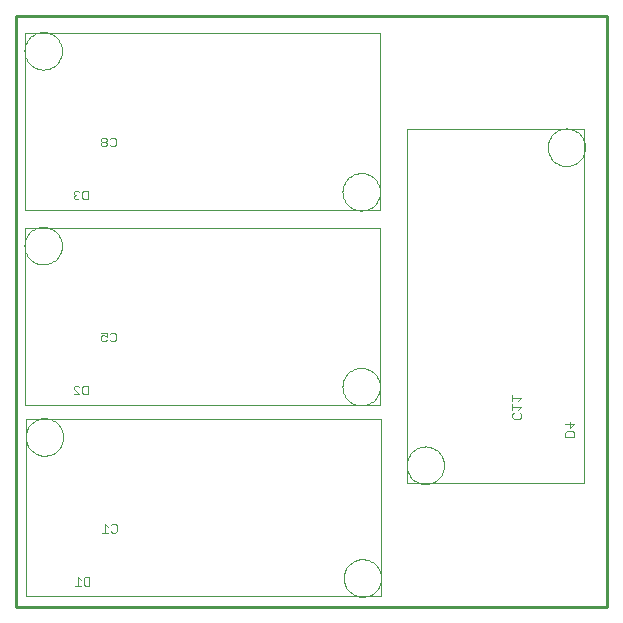
<source format=gbo>
G75*
G70*
%OFA0B0*%
%FSLAX24Y24*%
%IPPOS*%
%LPD*%
%AMOC8*
5,1,8,0,0,1.08239X$1,22.5*
%
%ADD10C,0.0010*%
%ADD11C,0.0000*%
%ADD12C,0.0100*%
%ADD13C,0.0030*%
D10*
X000484Y000504D02*
X000484Y006409D01*
X012296Y006409D01*
X012296Y000504D01*
X000484Y000504D01*
X000445Y006882D02*
X000445Y012787D01*
X012256Y012787D01*
X012256Y006882D01*
X000445Y006882D01*
X000445Y013378D02*
X000445Y019283D01*
X012256Y019283D01*
X012256Y013378D01*
X000445Y013378D01*
X013182Y016075D02*
X013182Y004264D01*
X019087Y004264D01*
X019087Y016075D01*
X013182Y016075D01*
D11*
X011020Y013978D02*
X011022Y014028D01*
X011028Y014077D01*
X011038Y014126D01*
X011051Y014173D01*
X011069Y014220D01*
X011090Y014265D01*
X011114Y014308D01*
X011142Y014349D01*
X011173Y014388D01*
X011207Y014424D01*
X011244Y014458D01*
X011284Y014488D01*
X011325Y014515D01*
X011369Y014539D01*
X011414Y014559D01*
X011461Y014575D01*
X011509Y014588D01*
X011558Y014597D01*
X011608Y014602D01*
X011657Y014603D01*
X011707Y014600D01*
X011756Y014593D01*
X011805Y014582D01*
X011852Y014568D01*
X011898Y014549D01*
X011943Y014527D01*
X011986Y014502D01*
X012026Y014473D01*
X012064Y014441D01*
X012100Y014407D01*
X012133Y014369D01*
X012162Y014329D01*
X012188Y014287D01*
X012211Y014243D01*
X012230Y014197D01*
X012246Y014150D01*
X012258Y014101D01*
X012266Y014052D01*
X012270Y014003D01*
X012270Y013953D01*
X012266Y013904D01*
X012258Y013855D01*
X012246Y013806D01*
X012230Y013759D01*
X012211Y013713D01*
X012188Y013669D01*
X012162Y013627D01*
X012133Y013587D01*
X012100Y013549D01*
X012064Y013515D01*
X012026Y013483D01*
X011986Y013454D01*
X011943Y013429D01*
X011898Y013407D01*
X011852Y013388D01*
X011805Y013374D01*
X011756Y013363D01*
X011707Y013356D01*
X011657Y013353D01*
X011608Y013354D01*
X011558Y013359D01*
X011509Y013368D01*
X011461Y013381D01*
X011414Y013397D01*
X011369Y013417D01*
X011325Y013441D01*
X011284Y013468D01*
X011244Y013498D01*
X011207Y013532D01*
X011173Y013568D01*
X011142Y013607D01*
X011114Y013648D01*
X011090Y013691D01*
X011069Y013736D01*
X011051Y013783D01*
X011038Y013830D01*
X011028Y013879D01*
X011022Y013928D01*
X011020Y013978D01*
X011020Y007482D02*
X011022Y007532D01*
X011028Y007581D01*
X011038Y007630D01*
X011051Y007677D01*
X011069Y007724D01*
X011090Y007769D01*
X011114Y007812D01*
X011142Y007853D01*
X011173Y007892D01*
X011207Y007928D01*
X011244Y007962D01*
X011284Y007992D01*
X011325Y008019D01*
X011369Y008043D01*
X011414Y008063D01*
X011461Y008079D01*
X011509Y008092D01*
X011558Y008101D01*
X011608Y008106D01*
X011657Y008107D01*
X011707Y008104D01*
X011756Y008097D01*
X011805Y008086D01*
X011852Y008072D01*
X011898Y008053D01*
X011943Y008031D01*
X011986Y008006D01*
X012026Y007977D01*
X012064Y007945D01*
X012100Y007911D01*
X012133Y007873D01*
X012162Y007833D01*
X012188Y007791D01*
X012211Y007747D01*
X012230Y007701D01*
X012246Y007654D01*
X012258Y007605D01*
X012266Y007556D01*
X012270Y007507D01*
X012270Y007457D01*
X012266Y007408D01*
X012258Y007359D01*
X012246Y007310D01*
X012230Y007263D01*
X012211Y007217D01*
X012188Y007173D01*
X012162Y007131D01*
X012133Y007091D01*
X012100Y007053D01*
X012064Y007019D01*
X012026Y006987D01*
X011986Y006958D01*
X011943Y006933D01*
X011898Y006911D01*
X011852Y006892D01*
X011805Y006878D01*
X011756Y006867D01*
X011707Y006860D01*
X011657Y006857D01*
X011608Y006858D01*
X011558Y006863D01*
X011509Y006872D01*
X011461Y006885D01*
X011414Y006901D01*
X011369Y006921D01*
X011325Y006945D01*
X011284Y006972D01*
X011244Y007002D01*
X011207Y007036D01*
X011173Y007072D01*
X011142Y007111D01*
X011114Y007152D01*
X011090Y007195D01*
X011069Y007240D01*
X011051Y007287D01*
X011038Y007334D01*
X011028Y007383D01*
X011022Y007432D01*
X011020Y007482D01*
X013162Y004864D02*
X013164Y004914D01*
X013170Y004963D01*
X013180Y005012D01*
X013193Y005059D01*
X013211Y005106D01*
X013232Y005151D01*
X013256Y005194D01*
X013284Y005235D01*
X013315Y005274D01*
X013349Y005310D01*
X013386Y005344D01*
X013426Y005374D01*
X013467Y005401D01*
X013511Y005425D01*
X013556Y005445D01*
X013603Y005461D01*
X013651Y005474D01*
X013700Y005483D01*
X013750Y005488D01*
X013799Y005489D01*
X013849Y005486D01*
X013898Y005479D01*
X013947Y005468D01*
X013994Y005454D01*
X014040Y005435D01*
X014085Y005413D01*
X014128Y005388D01*
X014168Y005359D01*
X014206Y005327D01*
X014242Y005293D01*
X014275Y005255D01*
X014304Y005215D01*
X014330Y005173D01*
X014353Y005129D01*
X014372Y005083D01*
X014388Y005036D01*
X014400Y004987D01*
X014408Y004938D01*
X014412Y004889D01*
X014412Y004839D01*
X014408Y004790D01*
X014400Y004741D01*
X014388Y004692D01*
X014372Y004645D01*
X014353Y004599D01*
X014330Y004555D01*
X014304Y004513D01*
X014275Y004473D01*
X014242Y004435D01*
X014206Y004401D01*
X014168Y004369D01*
X014128Y004340D01*
X014085Y004315D01*
X014040Y004293D01*
X013994Y004274D01*
X013947Y004260D01*
X013898Y004249D01*
X013849Y004242D01*
X013799Y004239D01*
X013750Y004240D01*
X013700Y004245D01*
X013651Y004254D01*
X013603Y004267D01*
X013556Y004283D01*
X013511Y004303D01*
X013467Y004327D01*
X013426Y004354D01*
X013386Y004384D01*
X013349Y004418D01*
X013315Y004454D01*
X013284Y004493D01*
X013256Y004534D01*
X013232Y004577D01*
X013211Y004622D01*
X013193Y004669D01*
X013180Y004716D01*
X013170Y004765D01*
X013164Y004814D01*
X013162Y004864D01*
X011059Y001104D02*
X011061Y001154D01*
X011067Y001203D01*
X011077Y001252D01*
X011090Y001299D01*
X011108Y001346D01*
X011129Y001391D01*
X011153Y001434D01*
X011181Y001475D01*
X011212Y001514D01*
X011246Y001550D01*
X011283Y001584D01*
X011323Y001614D01*
X011364Y001641D01*
X011408Y001665D01*
X011453Y001685D01*
X011500Y001701D01*
X011548Y001714D01*
X011597Y001723D01*
X011647Y001728D01*
X011696Y001729D01*
X011746Y001726D01*
X011795Y001719D01*
X011844Y001708D01*
X011891Y001694D01*
X011937Y001675D01*
X011982Y001653D01*
X012025Y001628D01*
X012065Y001599D01*
X012103Y001567D01*
X012139Y001533D01*
X012172Y001495D01*
X012201Y001455D01*
X012227Y001413D01*
X012250Y001369D01*
X012269Y001323D01*
X012285Y001276D01*
X012297Y001227D01*
X012305Y001178D01*
X012309Y001129D01*
X012309Y001079D01*
X012305Y001030D01*
X012297Y000981D01*
X012285Y000932D01*
X012269Y000885D01*
X012250Y000839D01*
X012227Y000795D01*
X012201Y000753D01*
X012172Y000713D01*
X012139Y000675D01*
X012103Y000641D01*
X012065Y000609D01*
X012025Y000580D01*
X011982Y000555D01*
X011937Y000533D01*
X011891Y000514D01*
X011844Y000500D01*
X011795Y000489D01*
X011746Y000482D01*
X011696Y000479D01*
X011647Y000480D01*
X011597Y000485D01*
X011548Y000494D01*
X011500Y000507D01*
X011453Y000523D01*
X011408Y000543D01*
X011364Y000567D01*
X011323Y000594D01*
X011283Y000624D01*
X011246Y000658D01*
X011212Y000694D01*
X011181Y000733D01*
X011153Y000774D01*
X011129Y000817D01*
X011108Y000862D01*
X011090Y000909D01*
X011077Y000956D01*
X011067Y001005D01*
X011061Y001054D01*
X011059Y001104D01*
X000459Y005804D02*
X000461Y005854D01*
X000467Y005903D01*
X000477Y005952D01*
X000490Y005999D01*
X000508Y006046D01*
X000529Y006091D01*
X000553Y006134D01*
X000581Y006175D01*
X000612Y006214D01*
X000646Y006250D01*
X000683Y006284D01*
X000723Y006314D01*
X000764Y006341D01*
X000808Y006365D01*
X000853Y006385D01*
X000900Y006401D01*
X000948Y006414D01*
X000997Y006423D01*
X001047Y006428D01*
X001096Y006429D01*
X001146Y006426D01*
X001195Y006419D01*
X001244Y006408D01*
X001291Y006394D01*
X001337Y006375D01*
X001382Y006353D01*
X001425Y006328D01*
X001465Y006299D01*
X001503Y006267D01*
X001539Y006233D01*
X001572Y006195D01*
X001601Y006155D01*
X001627Y006113D01*
X001650Y006069D01*
X001669Y006023D01*
X001685Y005976D01*
X001697Y005927D01*
X001705Y005878D01*
X001709Y005829D01*
X001709Y005779D01*
X001705Y005730D01*
X001697Y005681D01*
X001685Y005632D01*
X001669Y005585D01*
X001650Y005539D01*
X001627Y005495D01*
X001601Y005453D01*
X001572Y005413D01*
X001539Y005375D01*
X001503Y005341D01*
X001465Y005309D01*
X001425Y005280D01*
X001382Y005255D01*
X001337Y005233D01*
X001291Y005214D01*
X001244Y005200D01*
X001195Y005189D01*
X001146Y005182D01*
X001096Y005179D01*
X001047Y005180D01*
X000997Y005185D01*
X000948Y005194D01*
X000900Y005207D01*
X000853Y005223D01*
X000808Y005243D01*
X000764Y005267D01*
X000723Y005294D01*
X000683Y005324D01*
X000646Y005358D01*
X000612Y005394D01*
X000581Y005433D01*
X000553Y005474D01*
X000529Y005517D01*
X000508Y005562D01*
X000490Y005609D01*
X000477Y005656D01*
X000467Y005705D01*
X000461Y005754D01*
X000459Y005804D01*
X000420Y012182D02*
X000422Y012232D01*
X000428Y012281D01*
X000438Y012330D01*
X000451Y012377D01*
X000469Y012424D01*
X000490Y012469D01*
X000514Y012512D01*
X000542Y012553D01*
X000573Y012592D01*
X000607Y012628D01*
X000644Y012662D01*
X000684Y012692D01*
X000725Y012719D01*
X000769Y012743D01*
X000814Y012763D01*
X000861Y012779D01*
X000909Y012792D01*
X000958Y012801D01*
X001008Y012806D01*
X001057Y012807D01*
X001107Y012804D01*
X001156Y012797D01*
X001205Y012786D01*
X001252Y012772D01*
X001298Y012753D01*
X001343Y012731D01*
X001386Y012706D01*
X001426Y012677D01*
X001464Y012645D01*
X001500Y012611D01*
X001533Y012573D01*
X001562Y012533D01*
X001588Y012491D01*
X001611Y012447D01*
X001630Y012401D01*
X001646Y012354D01*
X001658Y012305D01*
X001666Y012256D01*
X001670Y012207D01*
X001670Y012157D01*
X001666Y012108D01*
X001658Y012059D01*
X001646Y012010D01*
X001630Y011963D01*
X001611Y011917D01*
X001588Y011873D01*
X001562Y011831D01*
X001533Y011791D01*
X001500Y011753D01*
X001464Y011719D01*
X001426Y011687D01*
X001386Y011658D01*
X001343Y011633D01*
X001298Y011611D01*
X001252Y011592D01*
X001205Y011578D01*
X001156Y011567D01*
X001107Y011560D01*
X001057Y011557D01*
X001008Y011558D01*
X000958Y011563D01*
X000909Y011572D01*
X000861Y011585D01*
X000814Y011601D01*
X000769Y011621D01*
X000725Y011645D01*
X000684Y011672D01*
X000644Y011702D01*
X000607Y011736D01*
X000573Y011772D01*
X000542Y011811D01*
X000514Y011852D01*
X000490Y011895D01*
X000469Y011940D01*
X000451Y011987D01*
X000438Y012034D01*
X000428Y012083D01*
X000422Y012132D01*
X000420Y012182D01*
X000420Y018678D02*
X000422Y018728D01*
X000428Y018777D01*
X000438Y018826D01*
X000451Y018873D01*
X000469Y018920D01*
X000490Y018965D01*
X000514Y019008D01*
X000542Y019049D01*
X000573Y019088D01*
X000607Y019124D01*
X000644Y019158D01*
X000684Y019188D01*
X000725Y019215D01*
X000769Y019239D01*
X000814Y019259D01*
X000861Y019275D01*
X000909Y019288D01*
X000958Y019297D01*
X001008Y019302D01*
X001057Y019303D01*
X001107Y019300D01*
X001156Y019293D01*
X001205Y019282D01*
X001252Y019268D01*
X001298Y019249D01*
X001343Y019227D01*
X001386Y019202D01*
X001426Y019173D01*
X001464Y019141D01*
X001500Y019107D01*
X001533Y019069D01*
X001562Y019029D01*
X001588Y018987D01*
X001611Y018943D01*
X001630Y018897D01*
X001646Y018850D01*
X001658Y018801D01*
X001666Y018752D01*
X001670Y018703D01*
X001670Y018653D01*
X001666Y018604D01*
X001658Y018555D01*
X001646Y018506D01*
X001630Y018459D01*
X001611Y018413D01*
X001588Y018369D01*
X001562Y018327D01*
X001533Y018287D01*
X001500Y018249D01*
X001464Y018215D01*
X001426Y018183D01*
X001386Y018154D01*
X001343Y018129D01*
X001298Y018107D01*
X001252Y018088D01*
X001205Y018074D01*
X001156Y018063D01*
X001107Y018056D01*
X001057Y018053D01*
X001008Y018054D01*
X000958Y018059D01*
X000909Y018068D01*
X000861Y018081D01*
X000814Y018097D01*
X000769Y018117D01*
X000725Y018141D01*
X000684Y018168D01*
X000644Y018198D01*
X000607Y018232D01*
X000573Y018268D01*
X000542Y018307D01*
X000514Y018348D01*
X000490Y018391D01*
X000469Y018436D01*
X000451Y018483D01*
X000438Y018530D01*
X000428Y018579D01*
X000422Y018628D01*
X000420Y018678D01*
X017862Y015464D02*
X017864Y015514D01*
X017870Y015563D01*
X017880Y015612D01*
X017893Y015659D01*
X017911Y015706D01*
X017932Y015751D01*
X017956Y015794D01*
X017984Y015835D01*
X018015Y015874D01*
X018049Y015910D01*
X018086Y015944D01*
X018126Y015974D01*
X018167Y016001D01*
X018211Y016025D01*
X018256Y016045D01*
X018303Y016061D01*
X018351Y016074D01*
X018400Y016083D01*
X018450Y016088D01*
X018499Y016089D01*
X018549Y016086D01*
X018598Y016079D01*
X018647Y016068D01*
X018694Y016054D01*
X018740Y016035D01*
X018785Y016013D01*
X018828Y015988D01*
X018868Y015959D01*
X018906Y015927D01*
X018942Y015893D01*
X018975Y015855D01*
X019004Y015815D01*
X019030Y015773D01*
X019053Y015729D01*
X019072Y015683D01*
X019088Y015636D01*
X019100Y015587D01*
X019108Y015538D01*
X019112Y015489D01*
X019112Y015439D01*
X019108Y015390D01*
X019100Y015341D01*
X019088Y015292D01*
X019072Y015245D01*
X019053Y015199D01*
X019030Y015155D01*
X019004Y015113D01*
X018975Y015073D01*
X018942Y015035D01*
X018906Y015001D01*
X018868Y014969D01*
X018828Y014940D01*
X018785Y014915D01*
X018740Y014893D01*
X018694Y014874D01*
X018647Y014860D01*
X018598Y014849D01*
X018549Y014842D01*
X018499Y014839D01*
X018450Y014840D01*
X018400Y014845D01*
X018351Y014854D01*
X018303Y014867D01*
X018256Y014883D01*
X018211Y014903D01*
X018167Y014927D01*
X018126Y014954D01*
X018086Y014984D01*
X018049Y015018D01*
X018015Y015054D01*
X017984Y015093D01*
X017956Y015134D01*
X017932Y015177D01*
X017911Y015222D01*
X017893Y015269D01*
X017880Y015316D01*
X017870Y015365D01*
X017864Y015414D01*
X017862Y015464D01*
D12*
X000150Y019835D02*
X000150Y000150D01*
X019835Y000150D01*
X019835Y019835D01*
X000150Y019835D01*
D13*
X003016Y015783D02*
X002968Y015735D01*
X002968Y015686D01*
X003016Y015638D01*
X003113Y015638D01*
X003161Y015686D01*
X003161Y015735D01*
X003113Y015783D01*
X003016Y015783D01*
X003016Y015638D02*
X002968Y015590D01*
X002968Y015541D01*
X003016Y015493D01*
X003113Y015493D01*
X003161Y015541D01*
X003161Y015590D01*
X003113Y015638D01*
X003262Y015735D02*
X003311Y015783D01*
X003407Y015783D01*
X003456Y015735D01*
X003456Y015541D01*
X003407Y015493D01*
X003311Y015493D01*
X003262Y015541D01*
X002545Y014013D02*
X002400Y014013D01*
X002352Y013965D01*
X002352Y013771D01*
X002400Y013723D01*
X002545Y013723D01*
X002545Y014013D01*
X002250Y013965D02*
X002202Y014013D01*
X002105Y014013D01*
X002057Y013965D01*
X002057Y013916D01*
X002105Y013868D01*
X002057Y013820D01*
X002057Y013771D01*
X002105Y013723D01*
X002202Y013723D01*
X002250Y013771D01*
X002154Y013868D02*
X002105Y013868D01*
X002968Y009287D02*
X003161Y009287D01*
X003161Y009142D01*
X003064Y009190D01*
X003016Y009190D01*
X002968Y009142D01*
X002968Y009045D01*
X003016Y008997D01*
X003113Y008997D01*
X003161Y009045D01*
X003262Y009045D02*
X003311Y008997D01*
X003407Y008997D01*
X003456Y009045D01*
X003456Y009239D01*
X003407Y009287D01*
X003311Y009287D01*
X003262Y009239D01*
X002545Y007517D02*
X002400Y007517D01*
X002352Y007469D01*
X002352Y007275D01*
X002400Y007227D01*
X002545Y007227D01*
X002545Y007517D01*
X002250Y007469D02*
X002202Y007517D01*
X002105Y007517D01*
X002057Y007469D01*
X002057Y007420D01*
X002250Y007227D01*
X002057Y007227D01*
X003104Y002909D02*
X003104Y002619D01*
X003200Y002619D02*
X003007Y002619D01*
X003200Y002812D02*
X003104Y002909D01*
X003302Y002861D02*
X003350Y002909D01*
X003447Y002909D01*
X003495Y002861D01*
X003495Y002667D01*
X003447Y002619D01*
X003350Y002619D01*
X003302Y002667D01*
X002584Y001139D02*
X002439Y001139D01*
X002391Y001091D01*
X002391Y000897D01*
X002439Y000849D01*
X002584Y000849D01*
X002584Y001139D01*
X002290Y001042D02*
X002193Y001139D01*
X002193Y000849D01*
X002290Y000849D02*
X002096Y000849D01*
X016682Y006469D02*
X016682Y006566D01*
X016731Y006614D01*
X016682Y006715D02*
X016682Y006909D01*
X016682Y006812D02*
X016973Y006812D01*
X016876Y006715D01*
X016924Y006614D02*
X016973Y006566D01*
X016973Y006469D01*
X016924Y006421D01*
X016731Y006421D01*
X016682Y006469D01*
X016682Y007010D02*
X016682Y007203D01*
X016682Y007107D02*
X016973Y007107D01*
X016876Y007010D01*
X018452Y006244D02*
X018743Y006244D01*
X018598Y006099D01*
X018598Y006293D01*
X018501Y005998D02*
X018694Y005998D01*
X018743Y005950D01*
X018743Y005805D01*
X018452Y005805D01*
X018452Y005950D01*
X018501Y005998D01*
M02*

</source>
